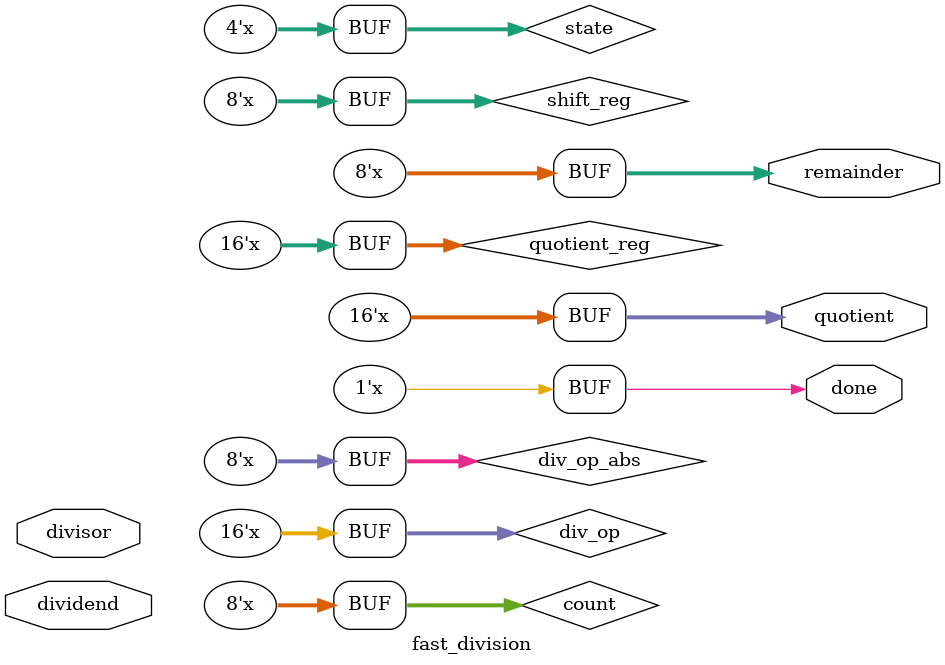
<source format=v>
module fast_division (
  input wire signed [15:0] dividend,
  input wire signed [7:0] divisor,
  output reg signed [15:0] quotient,
  output reg signed [7:0] remainder,
  output reg done
);

  reg signed [15:0] div_op;
  reg signed [7:0] div_op_abs;
  reg signed [7:0] shift_reg;
  reg signed [15:0] quotient_reg;
  reg signed [7:0] count;
  reg [3:0] state;
  
  always @(*) begin
    case (state)
      0: begin
        if (dividend[15] == 1)
          div_op = -dividend;
        else
          div_op = dividend;
        div_op_abs = (div_op[15] == 1) ? (~div_op + 1) : div_op;
        shift_reg = divisor;
        count = 8;
        quotient_reg = 0;
        state = 1;
      end
      1: begin
        if (div_op[15] == 1'b0) begin
          shift_reg = shift_reg << 1;
          count = count - 1;
          state = 2;
        end
        else begin
          shift_reg = shift_reg >> 1;
          count = count - 1;
          state = 3;
        end
      end
      
      2: begin
        if (div_op_abs >= shift_reg) begin
          div_op = div_op - shift_reg;
          quotient_reg[count] = 1;
        end
        shift_reg = shift_reg >> 1;
        count = count - 1;
        if (count == 0)
          state = 4;
        else
          state = 1;
      end
      
      3: begin
        div_op = div_op + shift_reg;
        quotient_reg[count] = 0;
        shift_reg = shift_reg >> 1;
        count = count - 1;
        if (count == 0)
          state = 4;
        else
          state = 1;
      end
      
      4: begin
        remainder = div_op;
        quotient = quotient_reg;
        done = 1;
        state = 0;
      end
    endcase
  end
  
endmodule

</source>
